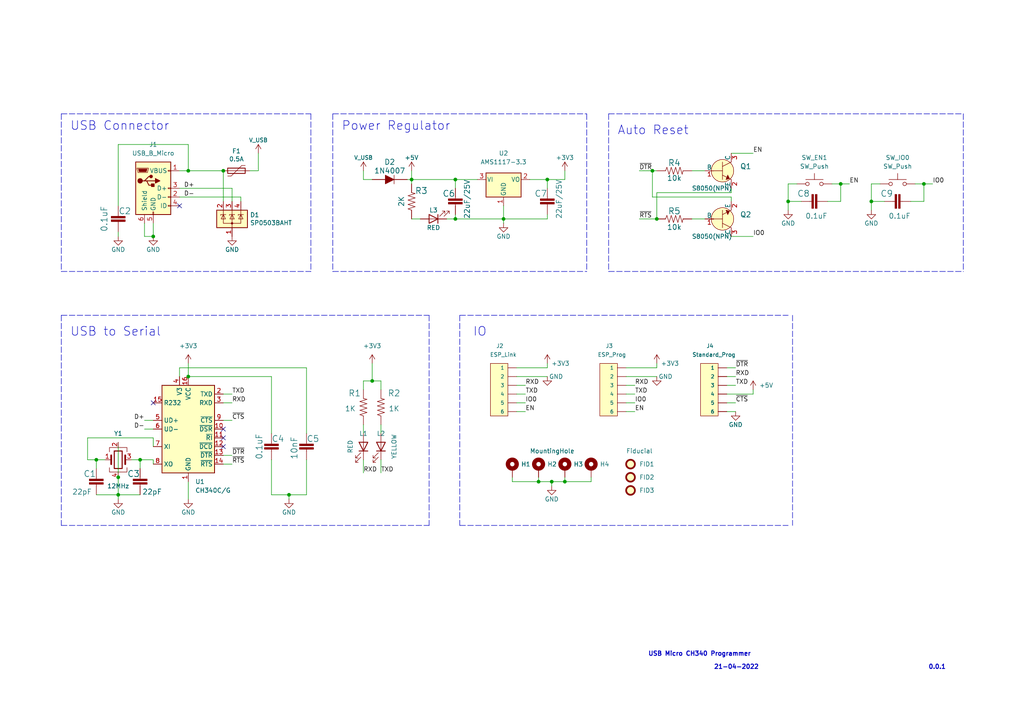
<source format=kicad_sch>
(kicad_sch (version 20211123) (generator eeschema)
  (paper "A4")
  (lib_symbols
    (symbol "Connector:USB_B_Micro" (pin_names (offset 1.016))
      (property "Reference" "J" (at -5.08 11.43 0))
      (property "Value" "USB_B_Micro" (at -5.08 8.89 0))
      (symbol "USB_B_Micro_0_1"
        (rectangle (start -5.08 -7.62) (end 5.08 7.62) (stroke (width 0.254)) (fill (type background)))
        (circle (center -3.81 2.159) (radius 0.635) (stroke (width 0.254)) (fill (type outline)))
        (circle (center -0.635 3.429) (radius 0.381) (stroke (width 0.254)) (fill (type outline)))
        (rectangle (start -0.127 -7.62) (end 0.127 -6.858))
        (polyline (pts (xy -1.905 2.159) (xy 0.635 2.159)) (stroke (width 0.254)))
        (polyline (pts (xy -3.175 2.159) (xy -2.54 2.159) (xy -1.27 3.429) (xy -0.635 3.429)) (stroke (width 0.254)))
        (polyline (pts (xy -2.54 2.159) (xy -1.905 2.159) (xy -1.27 0.889) (xy 0 0.889)) (stroke (width 0.254)))
        (polyline (pts (xy 0.635 2.794) (xy 0.635 1.524) (xy 1.905 2.159) (xy 0.635 2.794)) (stroke (width 0.254)) (fill (type outline)))
        (polyline (pts (xy -4.318 5.588) (xy -1.778 5.588) (xy -2.032 4.826) (xy -4.064 4.826) (xy -4.318 5.588)) (fill (type outline)))
        (polyline (pts (xy -4.699 5.842) (xy -4.699 5.588) (xy -4.445 4.826) (xy -4.445 4.572) (xy -1.651 4.572) (xy -1.651 4.826) (xy -1.397 5.588) (xy -1.397 5.842) (xy -4.699 5.842)))
        (rectangle (start 0.254 1.27) (end -0.508 0.508) (stroke (width 0.254)) (fill (type outline)))
        (rectangle (start 5.08 -5.207) (end 4.318 -4.953))
        (rectangle (start 5.08 -2.667) (end 4.318 -2.413))
        (rectangle (start 5.08 -0.127) (end 4.318 0.127))
        (rectangle (start 5.08 4.953) (end 4.318 5.207))
      )
      (symbol "USB_B_Micro_1_1"
        (pin power_out line (at 7.62 5.08 180) (length 2.54) (name "VBUS") (number "1"))
        (pin bidirectional line (at 7.62 -2.54 180) (length 2.54) (name "D-") (number "2"))
        (pin bidirectional line (at 7.62 0 180) (length 2.54) (name "D+") (number "3"))
        (pin passive line (at 7.62 -5.08 180) (length 2.54) (name "ID") (number "4"))
        (pin power_out line (at 0 -10.16 90) (length 2.54) (name "GND") (number "5"))
        (pin passive line (at -2.54 -10.16 90) (length 2.54) (name "Shield") (number "6"))
      )
    )
    (symbol "Device:Crystal_GND24" (pin_names (offset 1.016) hide)
      (property "Reference" "Y" (at 3.175 5.08 0))
      (property "Value" "Crystal_GND24" (at 3.175 3.175 0))
      (symbol "Crystal_GND24_0_1"
        (rectangle (start -1.143 2.54) (end 1.143 -2.54) (stroke (width 0.3048)))
        (polyline (pts (xy -2.54 0) (xy -2.032 0)))
        (polyline (pts (xy -2.032 -1.27) (xy -2.032 1.27)) (stroke (width 0.508)))
        (polyline (pts (xy 0 -3.81) (xy 0 -3.556)))
        (polyline (pts (xy 0 3.556) (xy 0 3.81)))
        (polyline (pts (xy 2.032 -1.27) (xy 2.032 1.27)) (stroke (width 0.508)))
        (polyline (pts (xy 2.032 0) (xy 2.54 0)))
        (polyline (pts (xy -2.54 -2.286) (xy -2.54 -3.556) (xy 2.54 -3.556) (xy 2.54 -2.286)))
        (polyline (pts (xy -2.54 2.286) (xy -2.54 3.556) (xy 2.54 3.556) (xy 2.54 2.286)))
      )
      (symbol "Crystal_GND24_1_1"
        (pin passive line (at -3.81 0 0) (length 1.27) (name "1") (number "1"))
        (pin passive line (at 0 5.08 270) (length 1.27) (name "2") (number "2"))
        (pin passive line (at 3.81 0 180) (length 1.27) (name "3") (number "3"))
        (pin passive line (at 0 -5.08 90) (length 1.27) (name "4") (number "4"))
      )
    )
    (symbol "Device:LED" (pin_numbers hide) (pin_names (offset 1.016) hide)
      (property "Reference" "D" (at 0 2.54 0))
      (property "Value" "LED" (at 0 -2.54 0))
      (symbol "LED_0_1"
        (polyline (pts (xy -1.27 -1.27) (xy -1.27 1.27)) (stroke (width 0.254)))
        (polyline (pts (xy -1.27 0) (xy 1.27 0)))
        (polyline (pts (xy 1.27 -1.27) (xy 1.27 1.27) (xy -1.27 0) (xy 1.27 -1.27)) (stroke (width 0.254)))
        (polyline (pts (xy -3.048 -0.762) (xy -4.572 -2.286) (xy -3.81 -2.286) (xy -4.572 -2.286) (xy -4.572 -1.524)))
        (polyline (pts (xy -1.778 -0.762) (xy -3.302 -2.286) (xy -2.54 -2.286) (xy -3.302 -2.286) (xy -3.302 -1.524)))
      )
      (symbol "LED_1_1"
        (pin passive line (at -3.81 0 0) (length 2.54) (name "K") (number "1"))
        (pin passive line (at 3.81 0 180) (length 2.54) (name "A") (number "2"))
      )
    )
    (symbol "Device:Polyfuse" (pin_numbers hide) (pin_names (offset 0))
      (property "Reference" "F" (at -2.54 0 90))
      (property "Value" "Polyfuse" (at 2.54 0 90))
      (symbol "Polyfuse_0_1"
        (rectangle (start -0.762 2.54) (end 0.762 -2.54) (stroke (width 0.254)))
        (polyline (pts (xy 0 2.54) (xy 0 -2.54)))
        (polyline (pts (xy -1.524 2.54) (xy -1.524 1.524) (xy 1.524 -1.524) (xy 1.524 -2.54)))
      )
      (symbol "Polyfuse_1_1"
        (pin passive line (at 0 3.81 270) (length 1.27) (name "~") (number "1"))
        (pin passive line (at 0 -3.81 90) (length 1.27) (name "~") (number "2"))
      )
    )
    (symbol "Interface_USB:CH340G"
      (property "Reference" "U" (at -5.08 13.97 0))
      (property "Value" "CH340G" (at 1.27 13.97 0))
      (symbol "CH340G_0_1"
        (rectangle (start -7.62 12.7) (end 7.62 -12.7) (stroke (width 0.254)) (fill (type background)))
      )
      (symbol "CH340G_1_1"
        (pin power_in line (at 0 -15.24 90) (length 2.54) (name "GND") (number "1"))
        (pin input line (at 10.16 0 180) (length 2.54) (name "~{DSR}") (number "10"))
        (pin input line (at 10.16 -2.54 180) (length 2.54) (name "~{RI}") (number "11"))
        (pin input line (at 10.16 -5.08 180) (length 2.54) (name "~{DCD}") (number "12"))
        (pin output line (at 10.16 -7.62 180) (length 2.54) (name "~{DTR}") (number "13"))
        (pin output line (at 10.16 -10.16 180) (length 2.54) (name "~{RTS}") (number "14"))
        (pin input line (at -10.16 7.62 0) (length 2.54) (name "R232") (number "15"))
        (pin power_in line (at 0 15.24 270) (length 2.54) (name "VCC") (number "16"))
        (pin output line (at 10.16 10.16 180) (length 2.54) (name "TXD") (number "2"))
        (pin input line (at 10.16 7.62 180) (length 2.54) (name "RXD") (number "3"))
        (pin passive line (at -2.54 15.24 270) (length 2.54) (name "V3") (number "4"))
        (pin bidirectional line (at -10.16 2.54 0) (length 2.54) (name "UD+") (number "5"))
        (pin bidirectional line (at -10.16 0 0) (length 2.54) (name "UD-") (number "6"))
        (pin input line (at -10.16 -5.08 0) (length 2.54) (name "XI") (number "7"))
        (pin output line (at -10.16 -10.16 0) (length 2.54) (name "XO") (number "8"))
        (pin input line (at 10.16 2.54 180) (length 2.54) (name "~{CTS}") (number "9"))
      )
    )
    (symbol "Mechanical:Fiducial"
      (property "Reference" "FID" (at 0 5.08 0))
      (property "Value" "Fiducial" (at 0 3.175 0))
      (symbol "Fiducial_0_1"
        (circle (center 0 0) (radius 1.27) (stroke (width 0.508)) (fill (type background)))
      )
    )
    (symbol "Mechanical:MountingHole_Pad" (pin_numbers hide) (pin_names (offset 1.016) hide)
      (property "Reference" "H" (at 0 6.35 0))
      (property "Value" "MountingHole_Pad" (at 0 4.445 0))
      (symbol "MountingHole_Pad_0_1"
        (circle (center 0 1.27) (radius 1.27) (stroke (width 1.27)))
      )
      (symbol "MountingHole_Pad_1_1"
        (pin input line (at 0 -2.54 90) (length 2.54) (name "1") (number "1"))
      )
    )
    (symbol "Power_Protection:SP0503BAHT" (pin_names hide)
      (property "Reference" "D" (at 5.715 2.54 0))
      (property "Value" "SP0503BAHT" (at 5.715 0.635 0))
      (symbol "SP0503BAHT_0_0"
        (pin passive line (at 0 -5.08 90) (length 2.54) (name "A") (number "1"))
      )
      (symbol "SP0503BAHT_0_1"
        (rectangle (start -4.445 2.54) (end 4.445 -2.54) (stroke (width 0.254)) (fill (type background)))
        (circle (center 0 -1.27) (radius 0.254) (fill (type outline)))
        (polyline (pts (xy -2.54 2.54) (xy -2.54 1.27)))
        (polyline (pts (xy 0 -1.27) (xy 0 -2.54)))
        (polyline (pts (xy 0 -1.27) (xy 0 1.27)))
        (polyline (pts (xy 0 2.54) (xy 0 1.27)))
        (polyline (pts (xy 0.635 1.27) (xy 0.762 1.27)))
        (polyline (pts (xy 2.54 2.54) (xy 2.54 1.27)))
        (polyline (pts (xy 0.635 1.27) (xy -0.762 1.27) (xy -0.762 1.016)))
        (polyline (pts (xy -3.302 1.016) (xy -3.302 1.27) (xy -1.905 1.27) (xy -1.778 1.27)))
        (polyline (pts (xy -2.54 1.27) (xy -2.54 -1.27) (xy 2.54 -1.27) (xy 2.54 1.27)))
        (polyline (pts (xy -2.54 1.27) (xy -1.905 0) (xy -3.175 0) (xy -2.54 1.27)))
        (polyline (pts (xy 0.635 0) (xy -0.635 0) (xy 0 1.27) (xy 0.635 0)))
        (polyline (pts (xy 1.778 1.016) (xy 1.778 1.27) (xy 3.175 1.27) (xy 3.302 1.27)))
        (polyline (pts (xy 2.54 1.27) (xy 1.905 0) (xy 3.175 0) (xy 2.54 1.27)))
      )
      (symbol "SP0503BAHT_1_1"
        (pin passive line (at -2.54 5.08 270) (length 2.54) (name "K") (number "2"))
        (pin passive line (at 0 5.08 270) (length 2.54) (name "K") (number "3"))
        (pin passive line (at 2.54 5.08 270) (length 2.54) (name "K") (number "4"))
      )
    )
    (symbol "Regulator_Linear:AMS1117-3.3" (pin_names (offset 0.254))
      (property "Reference" "U" (at -3.81 3.175 0))
      (property "Value" "AMS1117-3.3" (at 0 3.175 0))
      (symbol "AMS1117-3.3_0_1"
        (rectangle (start -5.08 -5.08) (end 5.08 1.905) (stroke (width 0.254)) (fill (type background)))
      )
      (symbol "AMS1117-3.3_1_1"
        (pin power_in line (at 0 -7.62 90) (length 2.54) (name "GND") (number "1"))
        (pin power_out line (at 7.62 0 180) (length 2.54) (name "VO") (number "2"))
        (pin power_in line (at -7.62 0 0) (length 2.54) (name "VI") (number "3"))
      )
    )
    (symbol "Serial-Basic-CH340C-eagle-import:0.1UF-0603-25V-(+80{slash}-20%)"
      (property "Reference" "C" (at 1.524 2.921 0))
      (property "Value" "0.1UF-0603-25V-(+80{slash}-20%)" (at 1.524 -2.159 0))
      (symbol "0.1UF-0603-25V-(+80{slash}-20%)_1_0"
        (rectangle (start -2.032 0.508) (end 2.032 1.016) (fill (type outline)))
        (rectangle (start -2.032 1.524) (end 2.032 2.032) (fill (type outline)))
        (polyline (pts (xy 0 0) (xy 0 0.508)) (stroke (width 0.1524)))
        (polyline (pts (xy 0 2.54) (xy 0 2.032)) (stroke (width 0.1524)))
        (pin passive line (at 0 5.08 270) (length 2.54) (name "1") (number "1"))
        (pin passive line (at 0 -2.54 90) (length 2.54) (name "2") (number "2"))
      )
    )
    (symbol "Serial-Basic-CH340C-eagle-import:1KOHM-0603-1{slash}10W-1%"
      (property "Reference" "R" (at 0 1.524 0))
      (property "Value" "1KOHM-0603-1{slash}10W-1%" (at 0 -1.524 0))
      (symbol "1KOHM-0603-1{slash}10W-1%_1_0"
        (polyline (pts (xy -2.54 0) (xy -2.159 1.016)) (stroke (width 0.1524)))
        (polyline (pts (xy -2.159 1.016) (xy -1.524 -1.016)) (stroke (width 0.1524)))
        (polyline (pts (xy -1.524 -1.016) (xy -0.889 1.016)) (stroke (width 0.1524)))
        (polyline (pts (xy -0.889 1.016) (xy -0.254 -1.016)) (stroke (width 0.1524)))
        (polyline (pts (xy -0.254 -1.016) (xy 0.381 1.016)) (stroke (width 0.1524)))
        (polyline (pts (xy 0.381 1.016) (xy 1.016 -1.016)) (stroke (width 0.1524)))
        (polyline (pts (xy 1.016 -1.016) (xy 1.651 1.016)) (stroke (width 0.1524)))
        (polyline (pts (xy 1.651 1.016) (xy 2.286 -1.016)) (stroke (width 0.1524)))
        (polyline (pts (xy 2.286 -1.016) (xy 2.54 0)) (stroke (width 0.1524)))
        (pin passive line (at -5.08 0 0) (length 2.54) (name "1") (number "1"))
        (pin passive line (at 5.08 0 180) (length 2.54) (name "2") (number "2"))
      )
    )
    (symbol "Serial-Basic-CH340C-eagle-import:5.1KOHM5.1KOHM-0603-1{slash}10W-1%"
      (property "Reference" "R" (at 0 1.524 0))
      (property "Value" "5.1KOHM5.1KOHM-0603-1{slash}10W-1%" (at 0 -1.524 0))
      (symbol "5.1KOHM5.1KOHM-0603-1{slash}10W-1%_1_0"
        (polyline (pts (xy -2.54 0) (xy -2.159 1.016)) (stroke (width 0.1524)))
        (polyline (pts (xy -2.159 1.016) (xy -1.524 -1.016)) (stroke (width 0.1524)))
        (polyline (pts (xy -1.524 -1.016) (xy -0.889 1.016)) (stroke (width 0.1524)))
        (polyline (pts (xy -0.889 1.016) (xy -0.254 -1.016)) (stroke (width 0.1524)))
        (polyline (pts (xy -0.254 -1.016) (xy 0.381 1.016)) (stroke (width 0.1524)))
        (polyline (pts (xy 0.381 1.016) (xy 1.016 -1.016)) (stroke (width 0.1524)))
        (polyline (pts (xy 1.016 -1.016) (xy 1.651 1.016)) (stroke (width 0.1524)))
        (polyline (pts (xy 1.651 1.016) (xy 2.286 -1.016)) (stroke (width 0.1524)))
        (polyline (pts (xy 2.286 -1.016) (xy 2.54 0)) (stroke (width 0.1524)))
        (pin passive line (at -5.08 0 0) (length 2.54) (name "1") (number "1"))
        (pin passive line (at 5.08 0 180) (length 2.54) (name "2") (number "2"))
      )
    )
    (symbol "SparkFun-Connectors:CONN_06POLAR" (pin_numbers hide) (pin_names (offset 1.016))
      (property "Reference" "J" (at -5.08 15.24 0))
      (property "Value" "CONN_06POLAR" (at -5.08 -3.81 0))
      (property "Field4" "XXX-00000" (at 0 19.05 0))
      (symbol "CONN_06POLAR_0_1"
        (rectangle (start 0 -1.27) (end -5.08 13.97) (fill (type background)))
      )
      (symbol "CONN_06POLAR_1_1"
        (pin passive line (at 2.54 0 180) (length 2.54) (name "1") (number "1"))
        (pin passive line (at 2.54 2.54 180) (length 2.54) (name "2") (number "2"))
        (pin passive line (at 2.54 5.08 180) (length 2.54) (name "3") (number "3"))
        (pin passive line (at 2.54 7.62 180) (length 2.54) (name "4") (number "4"))
        (pin passive line (at 2.54 10.16 180) (length 2.54) (name "5") (number "5"))
        (pin passive line (at 2.54 12.7 180) (length 2.54) (name "6") (number "6"))
      )
    )
    (symbol "SparkFun-PowerSymbols:V_USB" (power) (pin_numbers hide) (pin_names (offset 1.016) hide)
      (property "Value" "V_USB" (at -2.54 3.81 0))
      (property "Footprint" "XXX-00000" (at 0 7.62 0))
      (symbol "V_USB_1_0"
        (polyline (pts (xy 0 0) (xy 0 2.54)))
        (polyline (pts (xy 0 2.54) (xy -0.762 1.27)))
        (polyline (pts (xy 0.762 1.27) (xy 0 2.54)))
      )
      (symbol "V_USB_1_1"
        (pin power_in line (at 0 0 90) (length 0) hide (name "V_USB") (number "~"))
      )
    )
    (symbol "Switch:SW_Push" (pin_numbers hide) (pin_names (offset 1.016) hide)
      (property "Reference" "SW" (at 1.27 2.54 0))
      (property "Value" "SW_Push" (at 0 -1.524 0))
      (symbol "SW_Push_0_1"
        (circle (center -2.032 0) (radius 0.508))
        (polyline (pts (xy 0 1.27) (xy 0 3.048)))
        (polyline (pts (xy 2.54 1.27) (xy -2.54 1.27)))
        (circle (center 2.032 0) (radius 0.508))
        (pin passive line (at -5.08 0 0) (length 2.54) (name "1") (number "1"))
        (pin passive line (at 5.08 0 180) (length 2.54) (name "2") (number "2"))
      )
    )
    (symbol "dk_Diodes-Rectifiers-Single:1N4007-T_NRND" (pin_numbers hide) (pin_names (offset 0) hide)
      (property "Reference" "D" (at 0 2.54 0))
      (property "Value" "1N4007-T_NRND" (at 0 -2.54 0))
      (symbol "1N4007-T_NRND_0_1"
        (polyline (pts (xy 1.27 1.27) (xy 1.27 -1.27)))
        (polyline (pts (xy -1.27 1.27) (xy -1.27 -1.27) (xy 1.27 0) (xy -1.27 1.27)) (fill (type outline)))
      )
      (symbol "1N4007-T_NRND_1_1"
        (pin passive line (at -5.08 0 0) (length 3.81) (name "~") (number "A"))
        (pin passive line (at 5.08 0 180) (length 3.81) (name "~") (number "K"))
      )
    )
    (symbol "dk_Transistors-Bipolar-BJT-Single:MMSS8050-H-TP" (pin_names (offset 0))
      (property "Reference" "Q" (at -3.2004 4.2164 0))
      (property "Value" "MMSS8050-H-TP" (at 5.2324 0 90))
      (symbol "MMSS8050-H-TP_0_1"
        (polyline (pts (xy -3.81 0) (xy -2.54 0)))
        (polyline (pts (xy -3.556 0) (xy 0 0)))
        (polyline (pts (xy 0 -1.27) (xy 2.54 -2.54)))
        (polyline (pts (xy 0 1.27) (xy 2.54 2.54)))
        (polyline (pts (xy 0 2.54) (xy 0 -2.54)))
        (polyline (pts (xy 1.524 -1.27) (xy 2.032 -2.286) (xy 1.016 -2.54) (xy 1.524 -1.27)) (fill (type outline)))
        (circle (center 0 0) (radius 3.2512) (fill (type background)))
      )
      (symbol "MMSS8050-H-TP_1_1"
        (pin input line (at -5.08 0 0) (length 2.54) (name "B") (number "1"))
        (pin passive line (at 2.54 -5.08 90) (length 2.54) (name "E") (number "2"))
        (pin passive line (at 2.54 5.08 270) (length 2.54) (name "C") (number "3"))
      )
    )
    (symbol "power:+3.3V" (power) (pin_names (offset 0))
      (property "Value" "+3.3V" (at 0 3.556 0))
      (symbol "+3.3V_0_1"
        (polyline (pts (xy -0.762 1.27) (xy 0 2.54)))
        (polyline (pts (xy 0 0) (xy 0 2.54)))
        (polyline (pts (xy 0 2.54) (xy 0.762 1.27)))
      )
      (symbol "+3.3V_1_1"
        (pin power_in line (at 0 0 90) (length 0) hide (name "+3V3") (number "1"))
      )
    )
    (symbol "power:+5V" (power) (pin_names (offset 0))
      (property "Value" "+5V" (at 0 3.556 0))
      (symbol "+5V_0_1"
        (polyline (pts (xy -0.762 1.27) (xy 0 2.54)))
        (polyline (pts (xy 0 0) (xy 0 2.54)))
        (polyline (pts (xy 0 2.54) (xy 0.762 1.27)))
      )
      (symbol "+5V_1_1"
        (pin power_in line (at 0 0 90) (length 0) hide (name "+5V") (number "1"))
      )
    )
    (symbol "power:GND" (power) (pin_names (offset 0))
      (property "Value" "GND" (at 0 -3.81 0))
      (symbol "GND_0_1"
        (polyline (pts (xy 0 0) (xy 0 -1.27) (xy 1.27 -1.27) (xy 0 -2.54) (xy -1.27 -1.27) (xy 0 -1.27)))
      )
      (symbol "GND_1_1"
        (pin power_in line (at 0 0 270) (length 0) hide (name "GND") (number "1"))
      )
    )
  )
  (junction (at 163.83 139.7))
  (junction (at 107.95 110.49))
  (junction (at 146.05 63.5))
  (junction (at 27.94 133.35))
  (junction (at 132.08 63.5))
  (junction (at 119.38 52.07))
  (junction (at 83.82 143.51))
  (junction (at 243.84 53.34))
  (junction (at 54.61 109.22))
  (junction (at 44.45 68.58))
  (junction (at 267.97 53.34))
  (junction (at 34.29 138.43))
  (junction (at 160.02 139.7))
  (junction (at 158.75 52.07))
  (junction (at 54.61 49.53))
  (junction (at 189.23 49.53))
  (junction (at 228.6 58.42))
  (junction (at 40.64 133.35))
  (junction (at 252.73 58.42))
  (junction (at 132.08 52.07))
  (junction (at 190.5 63.5))
  (junction (at 64.77 49.53))
  (junction (at 34.29 143.51))
  (junction (at 156.21 139.7))
  (no_connect (at 44.45 116.84))
  (no_connect (at 64.77 127))
  (no_connect (at 64.77 129.54))
  (no_connect (at 64.77 124.46))
  (no_connect (at 52.07 59.69))
  (wire (pts (xy 210.82 114.3) (xy 218.44 114.3)))
  (wire (pts (xy 181.61 119.38) (xy 184.15 119.38)))
  (wire (pts (xy 83.82 144.78) (xy 83.82 143.51)))
  (wire (pts (xy 252.73 53.34) (xy 252.73 58.42)))
  (wire (pts (xy 110.49 110.49) (xy 110.49 113.03)))
  (wire (pts (xy 54.61 105.41) (xy 54.61 109.22)))
  (wire (pts (xy 67.31 54.61) (xy 67.31 58.42)))
  (wire (pts (xy 132.08 52.07) (xy 132.08 54.61)))
  (wire (pts (xy 212.09 54.61) (xy 212.09 55.88)))
  (wire (pts (xy 181.61 114.3) (xy 184.15 114.3)))
  (wire (pts (xy 185.42 49.53) (xy 189.23 49.53)))
  (wire (pts (xy 158.75 63.5) (xy 146.05 63.5)))
  (wire (pts (xy 132.08 63.5) (xy 146.05 63.5)))
  (wire (pts (xy 83.82 143.51) (xy 88.9 143.51)))
  (wire (pts (xy 34.29 67.31) (xy 34.29 68.58)))
  (wire (pts (xy 25.4 127) (xy 44.45 127)))
  (wire (pts (xy 212.09 68.58) (xy 218.44 68.58)))
  (wire (pts (xy 160.02 140.97) (xy 160.02 139.7)))
  (wire (pts (xy 210.82 116.84) (xy 213.36 116.84)))
  (polyline (pts (xy 176.53 33.02) (xy 279.4 33.02)))
  (wire (pts (xy 190.5 55.88) (xy 190.5 63.5)))
  (wire (pts (xy 181.61 116.84) (xy 184.15 116.84)))
  (polyline (pts (xy 124.46 91.44) (xy 124.46 152.4)))
  (wire (pts (xy 64.77 49.53) (xy 54.61 49.53)))
  (wire (pts (xy 34.29 41.91) (xy 54.61 41.91)))
  (wire (pts (xy 240.03 58.42) (xy 243.84 58.42)))
  (wire (pts (xy 149.86 119.38) (xy 152.4 119.38)))
  (wire (pts (xy 149.86 111.76) (xy 152.4 111.76)))
  (wire (pts (xy 64.77 134.62) (xy 67.31 134.62)))
  (wire (pts (xy 40.64 133.35) (xy 44.45 133.35)))
  (wire (pts (xy 189.23 49.53) (xy 190.5 49.53)))
  (wire (pts (xy 228.6 58.42) (xy 232.41 58.42)))
  (wire (pts (xy 243.84 53.34) (xy 246.38 53.34)))
  (wire (pts (xy 163.83 52.07) (xy 158.75 52.07)))
  (wire (pts (xy 54.61 139.7) (xy 54.61 144.78)))
  (wire (pts (xy 25.4 133.35) (xy 27.94 133.35)))
  (polyline (pts (xy 96.52 78.74) (xy 170.18 78.74)))
  (wire (pts (xy 243.84 58.42) (xy 243.84 53.34)))
  (wire (pts (xy 265.43 53.34) (xy 267.97 53.34)))
  (wire (pts (xy 218.44 113.03) (xy 218.44 114.3)))
  (wire (pts (xy 228.6 58.42) (xy 228.6 60.96)))
  (wire (pts (xy 41.91 68.58) (xy 44.45 68.58)))
  (wire (pts (xy 210.82 111.76) (xy 213.36 111.76)))
  (wire (pts (xy 64.77 132.08) (xy 67.31 132.08)))
  (wire (pts (xy 163.83 138.43) (xy 163.83 139.7)))
  (wire (pts (xy 34.29 144.78) (xy 34.29 143.51)))
  (wire (pts (xy 44.45 129.54) (xy 44.45 127)))
  (wire (pts (xy 189.23 57.15) (xy 189.23 49.53)))
  (wire (pts (xy 78.74 109.22) (xy 54.61 109.22)))
  (wire (pts (xy 105.41 110.49) (xy 105.41 113.03)))
  (wire (pts (xy 27.94 143.51) (xy 34.29 143.51)))
  (wire (pts (xy 163.83 139.7) (xy 171.45 139.7)))
  (wire (pts (xy 64.77 121.92) (xy 67.31 121.92)))
  (wire (pts (xy 160.02 139.7) (xy 163.83 139.7)))
  (wire (pts (xy 41.91 64.77) (xy 41.91 68.58)))
  (wire (pts (xy 228.6 53.34) (xy 228.6 58.42)))
  (wire (pts (xy 118.11 52.07) (xy 119.38 52.07)))
  (wire (pts (xy 148.59 139.7) (xy 156.21 139.7)))
  (polyline (pts (xy 17.78 91.44) (xy 124.46 91.44)))
  (wire (pts (xy 64.77 114.3) (xy 67.31 114.3)))
  (wire (pts (xy 148.59 138.43) (xy 148.59 139.7)))
  (wire (pts (xy 110.49 133.35) (xy 110.49 137.16)))
  (wire (pts (xy 149.86 106.68) (xy 158.75 106.68)))
  (wire (pts (xy 185.42 63.5) (xy 190.5 63.5)))
  (polyline (pts (xy 17.78 91.44) (xy 17.78 152.4)))
  (polyline (pts (xy 133.35 91.44) (xy 133.35 152.4)))
  (wire (pts (xy 107.95 110.49) (xy 110.49 110.49)))
  (wire (pts (xy 264.16 58.42) (xy 267.97 58.42)))
  (wire (pts (xy 88.9 125.73) (xy 88.9 106.68)))
  (wire (pts (xy 41.91 121.92) (xy 44.45 121.92)))
  (wire (pts (xy 78.74 143.51) (xy 83.82 143.51)))
  (polyline (pts (xy 279.4 33.02) (xy 279.4 78.74)))
  (wire (pts (xy 69.85 58.42) (xy 69.85 57.15)))
  (wire (pts (xy 107.95 52.07) (xy 105.41 52.07)))
  (wire (pts (xy 54.61 49.53) (xy 52.07 49.53)))
  (polyline (pts (xy 96.52 33.02) (xy 96.52 78.74)))
  (wire (pts (xy 38.1 133.35) (xy 40.64 133.35)))
  (wire (pts (xy 190.5 106.68) (xy 190.5 105.41)))
  (wire (pts (xy 78.74 143.51) (xy 78.74 133.35)))
  (polyline (pts (xy 170.18 33.02) (xy 170.18 78.74)))
  (wire (pts (xy 119.38 52.07) (xy 119.38 53.34)))
  (polyline (pts (xy 229.87 91.44) (xy 229.87 152.4)))
  (wire (pts (xy 54.61 41.91) (xy 54.61 49.53)))
  (wire (pts (xy 252.73 58.42) (xy 252.73 60.96)))
  (wire (pts (xy 158.75 106.68) (xy 158.75 105.41)))
  (wire (pts (xy 212.09 57.15) (xy 189.23 57.15)))
  (wire (pts (xy 149.86 109.22) (xy 158.75 109.22)))
  (wire (pts (xy 105.41 110.49) (xy 107.95 110.49)))
  (wire (pts (xy 40.64 133.35) (xy 40.64 135.89)))
  (wire (pts (xy 27.94 135.89) (xy 27.94 133.35)))
  (wire (pts (xy 78.74 125.73) (xy 78.74 109.22)))
  (wire (pts (xy 88.9 133.35) (xy 88.9 143.51)))
  (polyline (pts (xy 176.53 78.74) (xy 279.4 78.74)))
  (wire (pts (xy 34.29 59.69) (xy 34.29 41.91)))
  (wire (pts (xy 119.38 52.07) (xy 132.08 52.07)))
  (polyline (pts (xy 133.35 152.4) (xy 228.6 152.4)))
  (wire (pts (xy 146.05 63.5) (xy 146.05 59.69)))
  (wire (pts (xy 119.38 49.53) (xy 119.38 52.07)))
  (wire (pts (xy 27.94 133.35) (xy 30.48 133.35)))
  (wire (pts (xy 52.07 54.61) (xy 67.31 54.61)))
  (polyline (pts (xy 96.52 33.02) (xy 170.18 33.02)))
  (wire (pts (xy 74.93 44.45) (xy 74.93 49.53)))
  (wire (pts (xy 181.61 109.22) (xy 190.5 109.22)))
  (wire (pts (xy 210.82 119.38) (xy 213.36 119.38)))
  (wire (pts (xy 241.3 53.34) (xy 243.84 53.34)))
  (polyline (pts (xy 176.53 33.02) (xy 176.53 78.74)))
  (wire (pts (xy 163.83 49.53) (xy 163.83 52.07)))
  (wire (pts (xy 105.41 133.35) (xy 105.41 137.16)))
  (wire (pts (xy 119.38 63.5) (xy 121.92 63.5)))
  (wire (pts (xy 267.97 58.42) (xy 267.97 53.34)))
  (wire (pts (xy 110.49 123.19) (xy 110.49 125.73)))
  (wire (pts (xy 255.27 53.34) (xy 252.73 53.34)))
  (wire (pts (xy 25.4 127) (xy 25.4 133.35)))
  (wire (pts (xy 41.91 124.46) (xy 44.45 124.46)))
  (wire (pts (xy 107.95 105.41) (xy 107.95 110.49)))
  (wire (pts (xy 158.75 52.07) (xy 153.67 52.07)))
  (wire (pts (xy 105.41 123.19) (xy 105.41 125.73)))
  (wire (pts (xy 210.82 106.68) (xy 213.36 106.68)))
  (wire (pts (xy 210.82 109.22) (xy 213.36 109.22)))
  (wire (pts (xy 64.77 116.84) (xy 67.31 116.84)))
  (wire (pts (xy 267.97 53.34) (xy 270.51 53.34)))
  (wire (pts (xy 52.07 106.68) (xy 52.07 109.22)))
  (wire (pts (xy 212.09 44.45) (xy 218.44 44.45)))
  (wire (pts (xy 34.29 128.27) (xy 34.29 138.43)))
  (wire (pts (xy 212.09 58.42) (xy 212.09 57.15)))
  (wire (pts (xy 129.54 63.5) (xy 132.08 63.5)))
  (wire (pts (xy 34.29 138.43) (xy 34.29 143.51)))
  (wire (pts (xy 52.07 57.15) (xy 69.85 57.15)))
  (wire (pts (xy 74.93 49.53) (xy 72.39 49.53)))
  (wire (pts (xy 200.66 49.53) (xy 204.47 49.53)))
  (wire (pts (xy 231.14 53.34) (xy 228.6 53.34)))
  (wire (pts (xy 132.08 62.23) (xy 132.08 63.5)))
  (wire (pts (xy 146.05 64.77) (xy 146.05 63.5)))
  (polyline (pts (xy 133.35 91.44) (xy 228.6 91.44)))
  (wire (pts (xy 212.09 55.88) (xy 190.5 55.88)))
  (wire (pts (xy 64.77 58.42) (xy 64.77 49.53)))
  (polyline (pts (xy 17.78 78.74) (xy 90.17 78.74)))
  (wire (pts (xy 181.61 106.68) (xy 190.5 106.68)))
  (wire (pts (xy 156.21 138.43) (xy 156.21 139.7)))
  (wire (pts (xy 132.08 52.07) (xy 138.43 52.07)))
  (polyline (pts (xy 17.78 33.02) (xy 90.17 33.02)))
  (wire (pts (xy 105.41 52.07) (xy 105.41 49.53)))
  (wire (pts (xy 44.45 64.77) (xy 44.45 68.58)))
  (polyline (pts (xy 17.78 152.4) (xy 124.46 152.4)))
  (wire (pts (xy 44.45 133.35) (xy 44.45 134.62)))
  (polyline (pts (xy 17.78 33.02) (xy 17.78 78.74)))
  (wire (pts (xy 158.75 62.23) (xy 158.75 63.5)))
  (wire (pts (xy 156.21 139.7) (xy 160.02 139.7)))
  (wire (pts (xy 34.29 143.51) (xy 40.64 143.51)))
  (polyline (pts (xy 90.17 33.02) (xy 90.17 78.74)))
  (wire (pts (xy 200.66 63.5) (xy 204.47 63.5)))
  (wire (pts (xy 149.86 116.84) (xy 152.4 116.84)))
  (wire (pts (xy 181.61 111.76) (xy 184.15 111.76)))
  (wire (pts (xy 171.45 139.7) (xy 171.45 138.43)))
  (wire (pts (xy 88.9 106.68) (xy 52.07 106.68)))
  (wire (pts (xy 158.75 54.61) (xy 158.75 52.07)))
  (wire (pts (xy 252.73 58.42) (xy 256.54 58.42)))
  (wire (pts (xy 149.86 114.3) (xy 152.4 114.3)))
  (text "USB Connector" (at 20.32 38.1 180) (effects (font (size 2.54 2.54)) (justify left bottom)))
  (text "21-04-2022" (at 207.01 194.31 0) (effects (font (size 1.27 1.27) bold) (justify left bottom)))
  (text "USB to Serial" (at 20.32 97.79 180) (effects (font (size 2.54 2.54)) (justify left bottom)))
  (text "0.0.1" (at 269.24 194.31 0) (effects (font (size 1.27 1.27) bold) (justify left bottom)))
  (text "Auto Reset" (at 179.07 39.37 180) (effects (font (size 2.54 2.54)) (justify left bottom)))
  (text "IO" (at 137.16 97.79 180) (effects (font (size 2.54 2.54)) (justify left bottom)))
  (text "Power Regulator" (at 99.06 38.1 180) (effects (font (size 2.54 2.54)) (justify left bottom)))
  (text "USB Micro CH340 Programmer" (at 187.96 190.5 0) (effects (font (size 1.27 1.27) (thickness 0.254) bold) (justify left bottom)))
  (label "TXD" (at 110.49 137.16 0))
  (label "~{RTS}" (at 67.31 134.62 0))
  (label "EN" (at 152.4 119.38 0))
  (label "IO0" (at 218.44 68.58 0))
  (label "TXD" (at 184.15 114.3 0))
  (label "D+" (at 41.91 121.92 180))
  (label "IO0" (at 270.51 53.34 0))
  (label "EN" (at 184.15 119.38 0))
  (label "~{RTS}" (at 185.42 63.5 0))
  (label "RXD" (at 184.15 111.76 0))
  (label "TXD" (at 152.4 114.3 0))
  (label "IO0" (at 184.15 116.84 0))
  (label "RXD" (at 67.31 116.84 0))
  (label "EN" (at 246.38 53.34 0))
  (label "RXD" (at 152.4 111.76 0))
  (label "~{CTS}" (at 213.36 116.84 0))
  (label "D+" (at 53.34 54.61 0))
  (label "RXD" (at 213.36 109.22 0))
  (label "TXD" (at 213.36 111.76 0))
  (label "~{DTR}" (at 185.42 49.53 0))
  (label "TXD" (at 67.31 114.3 0))
  (label "~{DTR}" (at 213.36 106.68 0))
  (label "D-" (at 41.91 124.46 180))
  (label "EN" (at 218.44 44.45 0))
  (label "~{DTR}" (at 67.31 132.08 0))
  (label "IO0" (at 152.4 116.84 0))
  (label "D-" (at 53.34 57.15 0))
  (label "RXD" (at 105.41 137.16 0))
  (label "~{CTS}" (at 67.31 121.92 0))
  (symbol (lib_id "Serial-Basic-CH340C-eagle-import:0.1UF-0603-25V-(+80{slash}-20%)") (at 27.94 140.97 0) (mirror y) (unit 1)
    (property "Reference" "C1" (at 27.94 138.43 0) (effects (font (size 1.778 1.778)) (justify left bottom)))
    (property "Value" "22pF" (at 26.67 143.51 0) (effects (font (size 1.5 1.5)) (justify left bottom)))
    (property "Footprint" "Capacitor_SMD:C_0805_2012Metric_Pad1.18x1.45mm_HandSolder" (effects hide))
  )
  (symbol (lib_id "Switch:SW_Push") (at 236.22 53.34 0) (unit 1)
    (property "Reference" "SW_EN1" (at 236.22 45.72 0))
    (property "Value" "SW_Push" (at 236.22 48.26 0))
    (property "Footprint" "Button_Switch_THT:SW_PUSH_6mm_H9.5mm" (effects hide))
  )
  (symbol (lib_id "Interface_USB:CH340G") (at 54.61 124.46 0) (unit 1)
    (property "Reference" "U1" (at 56.6294 139.7 0) (effects (justify left)))
    (property "Value" "CH340C/G" (at 56.6294 142.24 0) (effects (justify left)))
    (property "Footprint" "Package_SO:SOIC-16_3.9x9.9mm_P1.27mm" (effects hide))
    (property "Datasheet" "http://www.datasheet5.com/pdf-local-2195953" (effects hide))
  )
  (symbol (lib_id "power:GND") (at 34.29 68.58 0) (unit 1)
    (property "Reference" "#PWR02" (effects hide))
    (property "Value" "GND" (at 34.29 72.39 0))
  )
  (symbol (lib_id "Serial-Basic-CH340C-eagle-import:0.1UF-0603-25V-(+80{slash}-20%)") (at 237.49 58.42 90) (mirror x) (unit 1)
    (property "Reference" "C8" (at 234.95 57.15 90) (effects (font (size 1.778 1.778)) (justify left bottom)))
    (property "Value" "0.1uF" (at 240.03 63.5 90) (effects (font (size 1.5 1.5)) (justify left bottom)))
    (property "Footprint" "Capacitor_SMD:C_0805_2012Metric_Pad1.18x1.45mm_HandSolder" (effects hide))
  )
  (symbol (lib_id "Serial-Basic-CH340C-eagle-import:1KOHM-0603-1{slash}10W-1%") (at 105.41 118.11 90) (unit 1)
    (property "Reference" "R1" (at 102.87 113.03 90) (effects (font (size 1.778 1.778)) (justify bottom)))
    (property "Value" "1K" (at 101.6 119.38 90) (effects (font (size 1.5 1.5)) (justify top)))
    (property "Footprint" "Resistor_SMD:R_0805_2012Metric_Pad1.20x1.40mm_HandSolder" (effects hide))
  )
  (symbol (lib_id "power:+3.3V") (at 158.75 105.41 0) (unit 1)
    (property "Reference" "#PWR09" (effects hide))
    (property "Value" "+3.3V" (at 162.56 105.41 0))
  )
  (symbol (lib_id "Device:LED") (at 110.49 129.54 270) (mirror x) (unit 1)
    (property "Reference" "L2" (at 110.49 125.73 90))
    (property "Value" "YELLOW" (at 114.3 129.54 0))
    (property "Footprint" "LED_SMD:LED_0805_2012Metric_Pad1.15x1.40mm_HandSolder" (effects hide))
  )
  (symbol (lib_id "Device:Polyfuse") (at 68.58 49.53 270) (unit 1)
    (property "Reference" "F1" (at 68.58 43.815 90))
    (property "Value" "0.5A" (at 68.58 46.1264 90))
    (property "Footprint" "Fuse:Fuse_0805_2012Metric_Pad1.15x1.40mm_HandSolder" (effects hide))
  )
  (symbol (lib_id "Serial-Basic-CH340C-eagle-import:1KOHM-0603-1{slash}10W-1%") (at 119.38 58.42 90) (unit 1)
    (property "Reference" "R3" (at 122.2 54.3101 90) (effects (font (size 1.778 1.778)) (justify bottom)))
    (property "Value" "2K" (at 115.57 58.42 0) (effects (font (size 1.5 1.5)) (justify top)))
    (property "Footprint" "Resistor_SMD:R_0805_2012Metric_Pad1.20x1.40mm_HandSolder" (effects hide))
  )
  (symbol (lib_id "Device:Crystal_GND24") (at 34.29 133.35 0) (unit 1)
    (property "Reference" "Y1" (at 34.29 125.73 0))
    (property "Value" "12MHz" (at 34.29 140.97 0))
    (property "Footprint" "Crystal:Crystal_SMD_3225-4Pin_3.2x2.5mm_HandSoldering" (effects hide))
  )
  (symbol (lib_id "Mechanical:MountingHole_Pad") (at 163.83 135.89 0) (unit 1)
    (property "Reference" "H3" (at 166.37 134.6454 0) (effects (justify left)))
    (property "Value" "MountingHole" (effects hide))
    (property "Footprint" "MountingHole:MountingHole_3.2mm_M3_Pad" (effects hide))
  )
  (symbol (lib_id "Mechanical:MountingHole_Pad") (at 148.59 135.89 0) (unit 1)
    (property "Reference" "H1" (at 151.13 134.6454 0) (effects (justify left)))
    (property "Value" "MountingHole" (effects hide))
    (property "Footprint" "MountingHole:MountingHole_3.2mm_M3_Pad" (effects hide))
  )
  (symbol (lib_id "Serial-Basic-CH340C-eagle-import:0.1UF-0603-25V-(+80{slash}-20%)") (at 261.62 58.42 90) (mirror x) (unit 1)
    (property "Reference" "C9" (at 259.08 57.15 90) (effects (font (size 1.778 1.778)) (justify left bottom)))
    (property "Value" "0.1uF" (at 264.16 63.5 90) (effects (font (size 1.5 1.5)) (justify left bottom)))
    (property "Footprint" "Capacitor_SMD:C_0805_2012Metric_Pad1.18x1.45mm_HandSolder" (effects hide))
  )
  (symbol (lib_id "Device:LED") (at 125.73 63.5 180) (unit 1)
    (property "Reference" "L3" (at 125.73 60.96 0))
    (property "Value" "RED" (at 125.73 66.04 0))
    (property "Footprint" "LED_SMD:LED_0805_2012Metric_Pad1.15x1.40mm_HandSolder" (effects hide))
  )
  (symbol (lib_id "Device:LED") (at 105.41 129.54 270) (mirror x) (unit 1)
    (property "Reference" "L1" (at 105.41 125.73 90))
    (property "Value" "RED" (at 101.6 129.54 0))
    (property "Footprint" "LED_SMD:LED_0805_2012Metric_Pad1.15x1.40mm_HandSolder" (effects hide))
  )
  (symbol (lib_id "power:+3.3V") (at 54.61 105.41 0) (unit 1)
    (property "Reference" "#PWR01" (effects hide))
    (property "Value" "+3.3V" (at 54.61 100.33 0))
  )
  (symbol (lib_id "power:+3.3V") (at 190.5 105.41 0) (unit 1)
    (property "Reference" "#PWR06" (effects hide))
    (property "Value" "+3.3V" (at 194.31 105.41 0))
  )
  (symbol (lib_id "Mechanical:Fiducial") (at 182.88 138.43 0) (unit 1)
    (property "Reference" "FID2" (at 185.42 138.43 0) (effects (justify left)))
    (property "Value" "Fiducial" (effects hide))
    (property "Footprint" "Fiducial:Fiducial_0.5mm_Mask1mm" (effects hide))
  )
  (symbol (lib_id "SparkFun-Connectors:CONN_06POLAR") (at 179.07 106.68 0) (mirror x) (unit 1)
    (property "Reference" "J3" (at 177.8 100.33 0) (effects (font (size 1.143 1.143)) (justify right)))
    (property "Value" "ESP_Prog" (at 181.61 102.87 0) (effects (font (size 1.143 1.143)) (justify right)))
    (property "Footprint" "Connector_JST:JST_EH_B6B-EH-A_1x06_P2.50mm_Vertical" (effects hide))
    (property "Field4" "XXX-00000" (effects hide))
  )
  (symbol (lib_id "Regulator_Linear:AMS1117-3.3") (at 146.05 52.07 0) (unit 1)
    (property "Reference" "U2" (at 146.05 44.45 0))
    (property "Value" "AMS1117-3.3" (at 146.05 46.99 0))
    (property "Footprint" "Package_TO_SOT_SMD:SOT-223-3_TabPin2" (effects hide))
    (property "Datasheet" "http://www.advanced-monolithic.com/pdf/ds1117.pdf" (effects hide))
  )
  (symbol (lib_id "dk_Diodes-Rectifiers-Single:1N4007-T_NRND") (at 113.03 52.07 0) (unit 1)
    (property "Reference" "D2" (at 113.03 46.99 0) (effects (font (size 1.524 1.524))))
    (property "Value" "1N4007" (at 113.03 49.53 0) (effects (font (size 1.524 1.524))))
    (property "Footprint" "digikey-footprints:DO-214AC" (effects hide))
    (property "Datasheet" "https://www.diodes.com/assets/Datasheets/ds28002.pdf" (effects hide))
    (property "Digi-Key_PN" "1N4007DICT-ND" (effects hide))
    (property "MPN" "1N4007-T" (effects hide))
    (property "Category" "Discrete Semiconductor Products" (effects hide))
    (property "Family" "Diodes - Rectifiers - Single" (effects hide))
    (property "DK_Datasheet_Link" "https://www.diodes.com/assets/Datasheets/ds28002.pdf" (effects hide))
    (property "DK_Detail_Page" "/product-detail/en/diodes-incorporated/1N4007-T/1N4007DICT-ND/76454" (effects hide))
    (property "Description" "DIODE GEN PURP 1KV 1A DO41" (effects hide))
    (property "Manufacturer" "Diodes Incorporated" (effects hide))
    (property "Status" "Not For New Designs" (effects hide))
  )
  (symbol (lib_id "Mechanical:MountingHole_Pad") (at 171.45 135.89 0) (unit 1)
    (property "Reference" "H4" (at 173.99 134.6454 0) (effects (justify left)))
    (property "Value" "MountingHole" (effects hide))
    (property "Footprint" "MountingHole:MountingHole_3.2mm_M3_Pad" (effects hide))
  )
  (symbol (lib_id "Serial-Basic-CH340C-eagle-import:0.1UF-0603-25V-(+80{slash}-20%)") (at 78.74 130.81 0) (unit 1)
    (property "Reference" "C4" (at 78.74 128.27 0) (effects (font (size 1.778 1.778)) (justify left bottom)))
    (property "Value" "0.1uF" (at 76.2 133.35 90) (effects (font (size 1.778 1.778)) (justify left bottom)))
    (property "Footprint" "Capacitor_SMD:C_0805_2012Metric_Pad1.18x1.45mm_HandSolder" (effects hide))
  )
  (symbol (lib_id "Mechanical:Fiducial") (at 182.88 142.24 0) (unit 1)
    (property "Reference" "FID3" (at 185.42 142.24 0) (effects (justify left)))
    (property "Value" "Fiducial" (effects hide))
    (property "Footprint" "Fiducial:Fiducial_0.5mm_Mask1mm" (effects hide))
  )
  (symbol (lib_id "dk_Transistors-Bipolar-BJT-Single:MMSS8050-H-TP") (at 209.55 63.5 0) (mirror x) (unit 1)
    (property "Reference" "Q2" (at 214.63 62.23 0) (effects (font (size 1.524 1.524)) (justify left)))
    (property "Value" "S8050(NPN)" (at 200.66 68.58 0) (effects (font (size 1.25 1.25)) (justify left)))
    (property "Footprint" "digikey-footprints:SOT-23-3" (effects hide))
    (property "Datasheet" "https://www.mccsemi.com/pdf/Products/MMSS8050(SOT-23).pdf" (effects hide))
    (property "Digi-Key_PN" "MMSS8050-H-TPMSCT-ND" (effects hide))
    (property "MPN" "MMSS8050-H-TP" (effects hide))
    (property "Category" "Discrete Semiconductor Products" (effects hide))
    (property "Family" "Transistors - Bipolar (BJT) - Single" (effects hide))
    (property "DK_Datasheet_Link" "https://www.mccsemi.com/pdf/Products/MMSS8050(SOT-23).pdf" (effects hide))
    (property "DK_Detail_Page" "/product-detail/en/micro-commercial-co/MMSS8050-H-TP/MMSS8050-H-TPMSCT-ND/2825945" (effects hide))
    (property "Description" "TRANS NPN 25V 1.5A SOT23" (effects hide))
    (property "Manufacturer" "Micro Commercial Co" (effects hide))
    (property "Status" "Active" (effects hide))
  )
  (symbol (lib_id "power:GND") (at 34.29 144.78 0) (unit 1)
    (property "Reference" "#PWR03" (effects hide))
    (property "Value" "GND" (at 34.29 148.59 0))
  )
  (symbol (lib_id "power:+3.3V") (at 107.95 105.41 0) (unit 1)
    (property "Reference" "#PWR04" (effects hide))
    (property "Value" "+3.3V" (at 107.95 100.33 0))
  )
  (symbol (lib_id "SparkFun-Connectors:CONN_06POLAR") (at 208.28 106.68 0) (mirror x) (unit 1)
    (property "Reference" "J4" (at 207.01 100.33 0) (effects (font (size 1.143 1.143)) (justify right)))
    (property "Value" "Standard_Prog" (at 213.36 102.87 0) (effects (font (size 1.143 1.143)) (justify right)))
    (property "Footprint" "Connector_JST:JST_EH_B6B-EH-A_1x06_P2.50mm_Vertical" (effects hide))
    (property "Field4" "XXX-00000" (effects hide))
  )
  (symbol (lib_id "Mechanical:Fiducial") (at 182.88 134.62 0) (unit 1)
    (property "Reference" "FID1" (at 185.42 134.62 0) (effects (justify left)))
    (property "Value" "Fiducial" (at 181.61 130.81 0) (effects (justify left)))
    (property "Footprint" "Fiducial:Fiducial_0.5mm_Mask1mm" (effects hide))
  )
  (symbol (lib_id "power:GND") (at 146.05 64.77 0) (unit 1)
    (property "Reference" "#PWR018" (effects hide))
    (property "Value" "GND" (at 146.05 68.58 0))
  )
  (symbol (lib_id "Serial-Basic-CH340C-eagle-import:5.1KOHM5.1KOHM-0603-1{slash}10W-1%") (at 195.58 63.5 0) (unit 1)
    (property "Reference" "R5" (at 195.58 62.23 0) (effects (font (size 1.778 1.778)) (justify bottom)))
    (property "Value" "10k" (at 195.58 65.024 0) (effects (font (size 1.5 1.5)) (justify top)))
    (property "Footprint" "Resistor_SMD:R_0805_2012Metric_Pad1.20x1.40mm_HandSolder" (effects hide))
  )
  (symbol (lib_id "power:GND") (at 160.02 140.97 0) (unit 1)
    (property "Reference" "#PWR014" (effects hide))
    (property "Value" "GND" (at 160.02 144.78 0))
  )
  (symbol (lib_id "power:GND") (at 252.73 60.96 0) (unit 1)
    (property "Reference" "#PWR020" (effects hide))
    (property "Value" "GND" (at 252.73 64.77 0))
  )
  (symbol (lib_id "power:GND") (at 213.36 119.38 0) (unit 1)
    (property "Reference" "#PWR016" (effects hide))
    (property "Value" "GND" (at 213.36 123.19 0))
  )
  (symbol (lib_id "power:GND") (at 54.61 144.78 0) (unit 1)
    (property "Reference" "#PWR011" (effects hide))
    (property "Value" "GND" (at 54.61 148.59 0))
  )
  (symbol (lib_id "power:+3.3V") (at 163.83 49.53 0) (unit 1)
    (property "Reference" "#PWR07" (effects hide))
    (property "Value" "+3.3V" (at 163.83 45.72 0))
  )
  (symbol (lib_id "power:GND") (at 190.5 109.22 0) (unit 1)
    (property "Reference" "#PWR015" (effects hide))
    (property "Value" "GND" (at 193.04 109.22 0))
  )
  (symbol (lib_id "power:+5V") (at 218.44 113.03 0) (unit 1)
    (property "Reference" "#PWR08" (effects hide))
    (property "Value" "+5V" (at 222.25 111.76 0))
  )
  (symbol (lib_id "power:GND") (at 158.75 109.22 0) (unit 1)
    (property "Reference" "#PWR017" (effects hide))
    (property "Value" "GND" (at 161.29 109.22 0))
  )
  (symbol (lib_id "Serial-Basic-CH340C-eagle-import:0.1UF-0603-25V-(+80{slash}-20%)") (at 34.29 64.77 0) (mirror y) (unit 1)
    (property "Reference" "C2" (at 38.1 62.23 0) (effects (font (size 1.778 1.778)) (justify left bottom)))
    (property "Value" "0.1uF" (at 29.21 67.31 90) (effects (font (size 1.778 1.778)) (justify left bottom)))
    (property "Footprint" "Capacitor_SMD:C_0805_2012Metric_Pad1.18x1.45mm_HandSolder" (effects hide))
  )
  (symbol (lib_id "SparkFun-Connectors:CONN_06POLAR") (at 147.32 106.68 0) (mirror x) (unit 1)
    (property "Reference" "J2" (at 146.05 100.33 0) (effects (font (size 1.143 1.143)) (justify right)))
    (property "Value" "ESP_Link" (at 149.86 102.87 0) (effects (font (size 1.143 1.143)) (justify right)))
    (property "Footprint" "Connector_JST:JST_SH_SM06B-SRSS-TB_1x06-1MP_P1.00mm_Horizontal" (effects hide))
    (property "Field4" "XXX-00000" (effects hide))
  )
  (symbol (lib_id "Serial-Basic-CH340C-eagle-import:0.1UF-0603-25V-(+80{slash}-20%)") (at 40.64 140.97 0) (mirror y) (unit 1)
    (property "Reference" "C3" (at 40.64 138.43 0) (effects (font (size 1.778 1.778)) (justify left bottom)))
    (property "Value" "22pF" (at 46.99 143.51 0) (effects (font (size 1.5 1.5)) (justify left bottom)))
    (property "Footprint" "Capacitor_SMD:C_0805_2012Metric_Pad1.18x1.45mm_HandSolder" (effects hide))
  )
  (symbol (lib_id "power:+5V") (at 119.38 49.53 0) (unit 1)
    (property "Reference" "#PWR05" (effects hide))
    (property "Value" "+5V" (at 119.38 45.72 0))
  )
  (symbol (lib_id "Serial-Basic-CH340C-eagle-import:0.1UF-0603-25V-(+80{slash}-20%)") (at 132.08 59.69 0) (mirror y) (unit 1)
    (property "Reference" "C6" (at 132.08 57.15 0) (effects (font (size 1.778 1.778)) (justify left bottom)))
    (property "Value" "22uF/25V" (at 134.62 63.5 90) (effects (font (size 1.5 1.5)) (justify left bottom)))
    (property "Footprint" "Capacitor_Tantalum_SMD:CP_EIA-3528-21_Kemet-B_Pad1.50x2.35mm_HandSolder" (effects hide))
  )
  (symbol (lib_id "Serial-Basic-CH340C-eagle-import:0.1UF-0603-25V-(+80{slash}-20%)") (at 158.75 59.69 0) (mirror y) (unit 1)
    (property "Reference" "C7" (at 158.75 57.15 0) (effects (font (size 1.778 1.778)) (justify left bottom)))
    (property "Value" "22uF/25V" (at 161.29 63.5 90) (effects (font (size 1.5 1.5)) (justify left bottom)))
    (property "Footprint" "Capacitor_SMD:C_0805_2012Metric_Pad1.18x1.45mm_HandSolder" (effects hide))
  )
  (symbol (lib_id "power:GND") (at 83.82 144.78 0) (unit 1)
    (property "Reference" "#PWR013" (effects hide))
    (property "Value" "GND" (at 83.82 148.59 0))
  )
  (symbol (lib_id "SparkFun-PowerSymbols:V_USB") (at 105.41 49.53 0) (unit 1)
    (property "Reference" "#SUPPLY02" (effects hide))
    (property "Value" "V_USB" (at 105.41 45.72 0) (effects (font (size 1.143 1.143))))
    (property "Footprint" "XXX-00000" (effects hide))
  )
  (symbol (lib_id "Switch:SW_Push") (at 260.35 53.34 0) (unit 1)
    (property "Reference" "SW_IO0" (at 260.35 45.72 0))
    (property "Value" "SW_Push" (at 260.35 48.26 0))
    (property "Footprint" "Button_Switch_THT:SW_PUSH_6mm_H9.5mm" (effects hide))
  )
  (symbol (lib_id "Serial-Basic-CH340C-eagle-import:0.1UF-0603-25V-(+80{slash}-20%)") (at 88.9 130.81 0) (unit 1)
    (property "Reference" "C5" (at 88.9 128.27 0) (effects (font (size 1.778 1.778)) (justify left bottom)))
    (property "Value" "10nF" (at 86.36 133.35 90) (effects (font (size 1.778 1.778)) (justify left bottom)))
    (property "Footprint" "Capacitor_SMD:C_0805_2012Metric_Pad1.18x1.45mm_HandSolder" (effects hide))
  )
  (symbol (lib_id "power:GND") (at 228.6 60.96 0) (unit 1)
    (property "Reference" "#PWR019" (effects hide))
    (property "Value" "GND" (at 228.6 64.77 0))
  )
  (symbol (lib_id "dk_Transistors-Bipolar-BJT-Single:MMSS8050-H-TP") (at 209.55 49.53 0) (unit 1)
    (property "Reference" "Q1" (at 214.63 48.26 0) (effects (font (size 1.524 1.524)) (justify left)))
    (property "Value" "S8050(NPN)" (at 200.66 54.61 0) (effects (font (size 1.25 1.25)) (justify left)))
    (property "Footprint" "digikey-footprints:SOT-23-3" (effects hide))
    (property "Datasheet" "https://www.mccsemi.com/pdf/Products/MMSS8050(SOT-23).pdf" (effects hide))
    (property "Digi-Key_PN" "MMSS8050-H-TPMSCT-ND" (effects hide))
    (property "MPN" "MMSS8050-H-TP" (effects hide))
    (property "Category" "Discrete Semiconductor Products" (effects hide))
    (property "Family" "Transistors - Bipolar (BJT) - Single" (effects hide))
    (property "DK_Datasheet_Link" "https://www.mccsemi.com/pdf/Products/MMSS8050(SOT-23).pdf" (effects hide))
    (property "DK_Detail_Page" "/product-detail/en/micro-commercial-co/MMSS8050-H-TP/MMSS8050-H-TPMSCT-ND/2825945" (effects hide))
    (property "Description" "TRANS NPN 25V 1.5A SOT23" (effects hide))
    (property "Manufacturer" "Micro Commercial Co" (effects hide))
    (property "Status" "Active" (effects hide))
  )
  (symbol (lib_id "Mechanical:MountingHole_Pad") (at 156.21 135.89 0) (unit 1)
    (property "Reference" "H2" (at 158.75 134.6454 0) (effects (justify left)))
    (property "Value" "MountingHole" (at 153.67 130.81 0) (effects (justify left)))
    (property "Footprint" "MountingHole:MountingHole_3.2mm_M3_Pad" (effects hide))
  )
  (symbol (lib_id "power:GND") (at 44.45 68.58 0) (unit 1)
    (property "Reference" "#PWR010" (effects hide))
    (property "Value" "GND" (at 44.45 72.39 0))
  )
  (symbol (lib_id "Power_Protection:SP0503BAHT") (at 67.31 63.5 0) (unit 1)
    (property "Reference" "D1" (at 72.517 62.3316 0) (effects (justify left)))
    (property "Value" "SP0503BAHT" (at 72.517 64.643 0) (effects (justify left)))
    (property "Footprint" "Package_TO_SOT_SMD:SOT-143" (effects hide))
    (property "Datasheet" "http://www.littelfuse.com/~/media/files/littelfuse/technical%20resources/documents/data%20sheets/sp05xxba.pdf" (effects hide))
  )
  (symbol (lib_id "power:GND") (at 67.31 68.58 0) (unit 1)
    (property "Reference" "#PWR012" (effects hide))
    (property "Value" "GND" (at 67.31 72.39 0))
  )
  (symbol (lib_id "Serial-Basic-CH340C-eagle-import:1KOHM-0603-1{slash}10W-1%") (at 110.49 118.11 90) (unit 1)
    (property "Reference" "R2" (at 114.3 113.03 90) (effects (font (size 1.778 1.778)) (justify bottom)))
    (property "Value" "1K" (at 114.3 119.38 90) (effects (font (size 1.5 1.5)) (justify top)))
    (property "Footprint" "Resistor_SMD:R_0805_2012Metric_Pad1.20x1.40mm_HandSolder" (effects hide))
  )
  (symbol (lib_id "Serial-Basic-CH340C-eagle-import:5.1KOHM5.1KOHM-0603-1{slash}10W-1%") (at 195.58 49.53 0) (unit 1)
    (property "Reference" "R4" (at 195.58 48.26 0) (effects (font (size 1.778 1.778)) (justify bottom)))
    (property "Value" "10k" (at 195.58 50.8 0) (effects (font (size 1.5 1.5)) (justify top)))
    (property "Footprint" "Resistor_SMD:R_0805_2012Metric_Pad1.20x1.40mm_HandSolder" (effects hide))
  )
  (symbol (lib_id "Connector:USB_B_Micro") (at 44.45 54.61 0) (unit 1)
    (property "Reference" "J1" (at 44.45 41.91 0))
    (property "Value" "USB_B_Micro" (at 44.45 44.45 0))
    (property "Footprint" "digikey-footprints:USB_Micro_B_Female_10118193-0001LF" (effects hide))
  )
  (symbol (lib_id "SparkFun-PowerSymbols:V_USB") (at 74.93 44.45 0) (unit 1)
    (property "Reference" "#SUPPLY01" (effects hide))
    (property "Value" "V_USB" (at 74.93 40.64 0) (effects (font (size 1.143 1.143))))
    (property "Footprint" "XXX-00000" (effects hide))
  )
)
</source>
